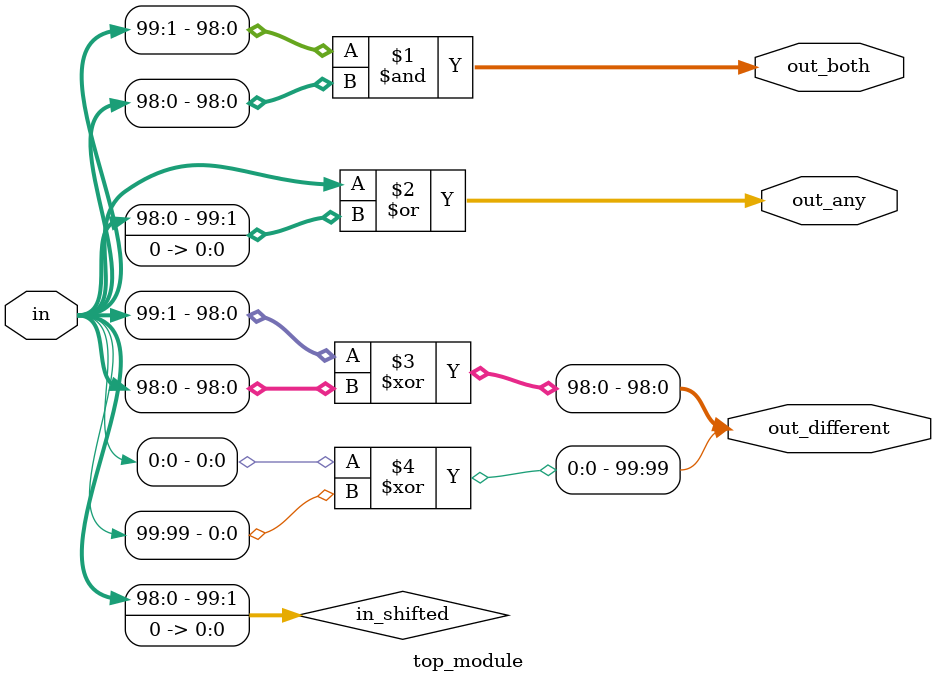
<source format=sv>
module top_module (
	input [99:0] in,
	output [98:0] out_both,
	output [99:0] out_any,
	output [99:0] out_different
);

    wire [99:0] in_shifted;
    assign in_shifted = {in[98:0], 1'b0};

    assign out_both = in[99:1] & in_shifted[99:1];
    assign out_any = in | in_shifted;
    assign out_different = {in[0] ^ in[99], in[99:1] ^ in_shifted[99:1]};

endmodule

</source>
